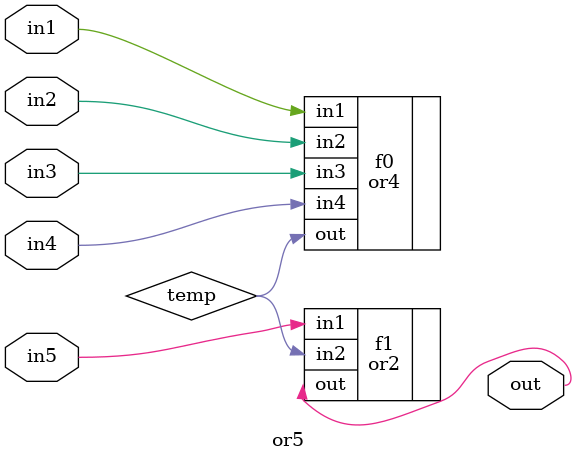
<source format=v>
module or5(out, in1, in2, in3, in4, in5);

	output out;
	input in1, in2, in3, in4, in5;

	wire temp;

	or4 f0(.out(temp), .in1(in1), .in2(in2), .in3(in3), .in4(in4));
	or2 f1(.out(out), .in1(in5), .in2(temp));

endmodule
</source>
